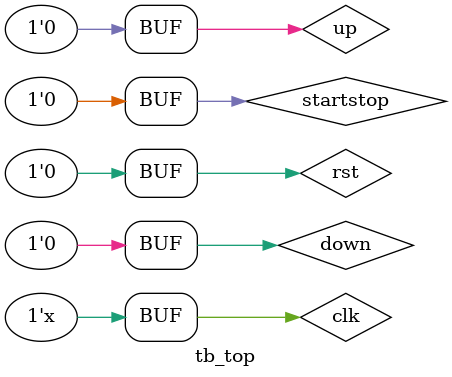
<source format=v>
`timescale 1ns / 1ps


module tb_top;

	// Inputs
	reg clk;
	reg rst;
	reg startstop;
	reg up;
	reg down;

	// Outputs
	wire [3:0] an;
	wire [7:0] seg;

	// Instantiate the Unit Under Test (UUT)
	top uut (
		.clk(clk), 
		.rst(rst), 
		.an(an), 
		.seg(seg), 
		.startstop(startstop), 
		.up(up), 
		.down(down)
	);

	initial begin
		// Initialize Inputs
		clk = 0;
		rst = 0;
		startstop = 0;
		up = 0;
		down = 0;

		// Wait 100 ns for global reset to finish
		#100;
        
		// Add stimulus here
		rst = 1;
		#20;
		rst = 0;
		#10;
		
	
		
	end
	always    
		#5 clk = !clk;
      
endmodule


</source>
